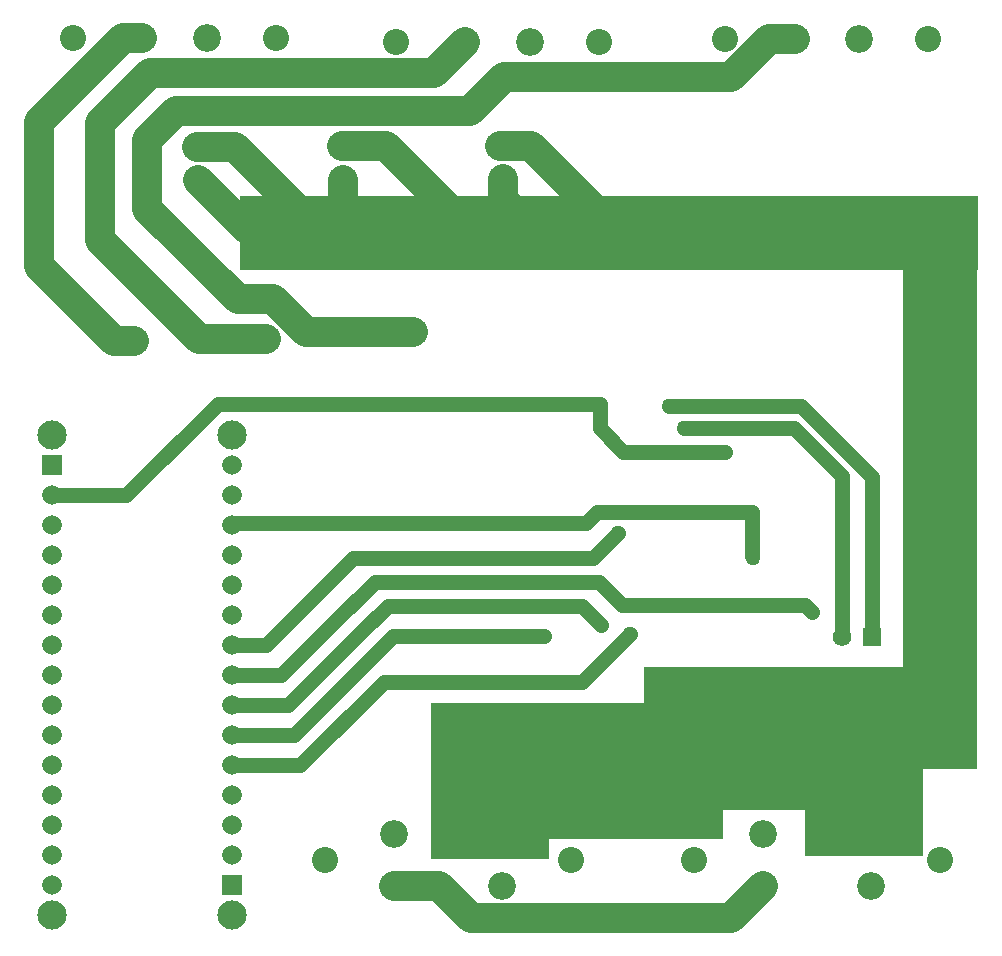
<source format=gbl>
G04*
G04 #@! TF.GenerationSoftware,Altium Limited,Altium Designer,19.1.7 (138)*
G04*
G04 Layer_Physical_Order=2*
G04 Layer_Color=16711680*
%FSLAX25Y25*%
%MOIN*%
G70*
G01*
G75*
%ADD33C,0.10000*%
%ADD34C,0.05000*%
%ADD41R,0.06555X0.06555*%
%ADD42C,0.06555*%
%ADD43C,0.09744*%
%ADD44C,0.08700*%
%ADD45R,0.06201X0.06201*%
%ADD46C,0.06201*%
%ADD47C,0.05000*%
%ADD48R,2.46200X0.25000*%
%ADD49R,0.25000X1.86200*%
%ADD50R,0.92800X0.36800*%
%ADD51R,0.39400X0.52200*%
%ADD52R,0.39400X0.30000*%
%ADD53R,0.82800X0.30800*%
%ADD54R,0.78000X0.45800*%
%ADD55C,0.09200*%
D33*
X256600Y438800D02*
Y446542D01*
X236342Y466800D02*
X256600Y446542D01*
X157650Y491050D02*
X252350D01*
X141000Y474400D02*
X157650Y491050D01*
X141000Y435400D02*
Y474400D01*
X166200Y478400D02*
X264200D01*
X156800Y469000D02*
X166200Y478400D01*
X156800Y446000D02*
Y469000D01*
X145482Y402000D02*
X152200D01*
X148600Y503000D02*
X155050D01*
X120600Y475000D02*
X148600Y503000D01*
X120600Y426882D02*
Y475000D01*
X264200Y478400D02*
X275600Y489800D01*
X252350Y491050D02*
X262700Y501400D01*
X141000Y435400D02*
X174000Y402400D01*
X156800Y446000D02*
X187000Y415800D01*
X198556D01*
X307200Y438800D02*
Y444200D01*
X284600Y466800D02*
X307200Y444200D01*
X274400Y466800D02*
X284600D01*
X186000Y466400D02*
X213600Y438800D01*
X173400Y466400D02*
X186000D01*
X221800Y466800D02*
X236342D01*
X275200Y449000D02*
X285400Y438800D01*
X275200Y449000D02*
Y456000D01*
X222000Y447800D02*
X231000Y438800D01*
X222000Y447800D02*
Y455400D01*
X173600D02*
X190200Y438800D01*
X198556Y415800D02*
X209556Y404800D01*
X245200D01*
X120600Y426882D02*
X145482Y402000D01*
X409800Y267000D02*
Y270800D01*
X410200Y271200D01*
X351450Y209449D02*
X362050Y220049D01*
X264545Y209449D02*
X351450D01*
X253945Y220049D02*
X264545Y209449D01*
X239100Y220049D02*
X253945D01*
X174000Y402400D02*
X196400D01*
X275600Y489800D02*
X351387D01*
X364087Y502500D01*
X372500D01*
D34*
X315400Y365000D02*
X349400D01*
X307600Y372800D02*
X315400Y365000D01*
X205600Y270400D02*
X238800Y303600D01*
X289000D01*
X374600Y380200D02*
X398400Y356400D01*
X330600Y380200D02*
X374600D01*
X301600Y288200D02*
X317600Y304200D01*
X235600Y288200D02*
X301600D01*
X185000Y270400D02*
X205600D01*
X207800Y260400D02*
X235600Y288200D01*
X185000Y260400D02*
X207800D01*
X236885Y313600D02*
X301600D01*
X315019Y313981D02*
X375819D01*
X307400Y321600D02*
X315019Y313981D01*
X232485Y321600D02*
X307400Y321600D01*
X375819Y313981D02*
X378200Y311600D01*
X228000Y304715D02*
X236885Y313600D01*
X203685Y280400D02*
X228000Y304715D01*
X185000Y280400D02*
X203685D01*
X218085Y307200D02*
X232485Y321600D01*
X305200Y329600D02*
X313500Y337900D01*
X225400Y329600D02*
X305200D01*
X196200Y300400D02*
X225400Y329600D01*
X185000Y300400D02*
X196200D01*
X301600Y313600D02*
X308000Y307200D01*
X201285Y290400D02*
X218085Y307200D01*
X185000Y290400D02*
X201285D01*
X185800Y341200D02*
X303000D01*
X185000Y340400D02*
X185800Y341200D01*
X307600Y372800D02*
Y381000D01*
X204800Y381000D02*
X307600Y381000D01*
X180410Y381000D02*
X204800D01*
X149810Y350400D02*
X180410Y381000D01*
X125000Y350400D02*
X149810D01*
X398400Y303200D02*
Y356400D01*
X388400Y303200D02*
Y357000D01*
X372400Y373000D02*
X388400Y357000D01*
X335600Y373000D02*
X372400D01*
X306600Y344800D02*
X358400D01*
Y330200D02*
Y344800D01*
X303000Y341200D02*
X306600Y344800D01*
D41*
X125000Y360400D02*
D03*
X185000Y220400D02*
D03*
D42*
X125000Y350400D02*
D03*
Y340400D02*
D03*
Y330400D02*
D03*
Y320400D02*
D03*
Y310400D02*
D03*
Y300400D02*
D03*
Y290400D02*
D03*
Y280400D02*
D03*
Y270400D02*
D03*
Y260400D02*
D03*
Y250400D02*
D03*
Y240400D02*
D03*
Y230400D02*
D03*
Y220400D02*
D03*
X185000Y230400D02*
D03*
Y240400D02*
D03*
Y250400D02*
D03*
Y260400D02*
D03*
Y270400D02*
D03*
Y280400D02*
D03*
Y290400D02*
D03*
Y300400D02*
D03*
Y310400D02*
D03*
Y320400D02*
D03*
Y330400D02*
D03*
Y340400D02*
D03*
Y350400D02*
D03*
Y360400D02*
D03*
D43*
X125000Y370400D02*
D03*
X185000D02*
D03*
Y210400D02*
D03*
X125000D02*
D03*
D44*
X339000Y228799D02*
D03*
X421000D02*
D03*
X216050D02*
D03*
X298050D02*
D03*
X307250Y501400D02*
D03*
X239650D02*
D03*
X417050Y502500D02*
D03*
X349450D02*
D03*
X199600Y503000D02*
D03*
X132000D02*
D03*
D45*
X398400Y303200D02*
D03*
D46*
X388400D02*
D03*
D47*
X349400Y365000D02*
D03*
X275200Y456000D02*
D03*
X274400Y466800D02*
D03*
X221800D02*
D03*
X222000Y455400D02*
D03*
X173600D02*
D03*
X173400Y466400D02*
D03*
X317600Y304200D02*
D03*
X289000Y303600D02*
D03*
X196400Y402400D02*
D03*
X245200Y404800D02*
D03*
X151400Y402200D02*
D03*
X308000Y307200D02*
D03*
X378200Y311600D02*
D03*
X358600Y329400D02*
D03*
X335600Y373000D02*
D03*
X330600Y380200D02*
D03*
X313600Y337800D02*
D03*
D48*
X310500Y437700D02*
D03*
D49*
X421100Y352100D02*
D03*
D50*
X368800Y275000D02*
D03*
D51*
X271100Y255300D02*
D03*
D52*
X395500Y245200D02*
D03*
D53*
X373800Y260800D02*
D03*
D54*
X309600Y258500D02*
D03*
D55*
X362050Y237549D02*
D03*
X397950D02*
D03*
X362050Y220049D02*
D03*
X397950D02*
D03*
X239100Y237549D02*
D03*
X275000D02*
D03*
X239100Y220049D02*
D03*
X275000D02*
D03*
X262700Y501400D02*
D03*
X284200D02*
D03*
X372500Y502500D02*
D03*
X394000D02*
D03*
X155050Y503000D02*
D03*
X176550D02*
D03*
M02*

</source>
